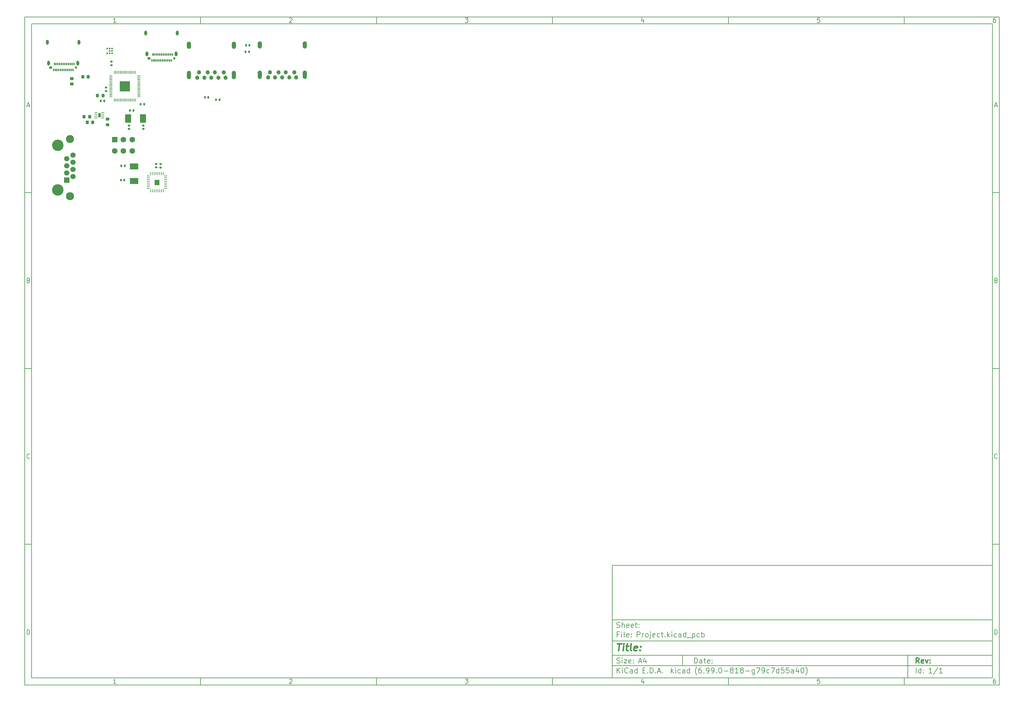
<source format=gts>
%TF.GenerationSoftware,KiCad,Pcbnew,(6.99.0-818-g79c7d55a40)*%
%TF.CreationDate,2022-02-14T22:27:46+08:00*%
%TF.ProjectId,Project,50726f6a-6563-4742-9e6b-696361645f70,rev?*%
%TF.SameCoordinates,Original*%
%TF.FileFunction,Soldermask,Top*%
%TF.FilePolarity,Negative*%
%FSLAX46Y46*%
G04 Gerber Fmt 4.6, Leading zero omitted, Abs format (unit mm)*
G04 Created by KiCad (PCBNEW (6.99.0-818-g79c7d55a40)) date 2022-02-14 22:27:46*
%MOMM*%
%LPD*%
G01*
G04 APERTURE LIST*
G04 Aperture macros list*
%AMRoundRect*
0 Rectangle with rounded corners*
0 $1 Rounding radius*
0 $2 $3 $4 $5 $6 $7 $8 $9 X,Y pos of 4 corners*
0 Add a 4 corners polygon primitive as box body*
4,1,4,$2,$3,$4,$5,$6,$7,$8,$9,$2,$3,0*
0 Add four circle primitives for the rounded corners*
1,1,$1+$1,$2,$3*
1,1,$1+$1,$4,$5*
1,1,$1+$1,$6,$7*
1,1,$1+$1,$8,$9*
0 Add four rect primitives between the rounded corners*
20,1,$1+$1,$2,$3,$4,$5,0*
20,1,$1+$1,$4,$5,$6,$7,0*
20,1,$1+$1,$6,$7,$8,$9,0*
20,1,$1+$1,$8,$9,$2,$3,0*%
G04 Aperture macros list end*
%ADD10C,0.100000*%
%ADD11C,0.150000*%
%ADD12C,0.300000*%
%ADD13C,0.400000*%
%ADD14O,0.950000X0.650000*%
%ADD15C,0.650000*%
%ADD16R,0.300000X0.700000*%
%ADD17O,0.800000X1.400000*%
%ADD18RoundRect,0.140000X-0.140000X-0.170000X0.140000X-0.170000X0.140000X0.170000X-0.140000X0.170000X0*%
%ADD19C,0.500000*%
%ADD20RoundRect,0.050000X0.350000X0.050000X-0.350000X0.050000X-0.350000X-0.050000X0.350000X-0.050000X0*%
%ADD21RoundRect,0.050000X0.050000X0.350000X-0.050000X0.350000X-0.050000X-0.350000X0.050000X-0.350000X0*%
%ADD22R,2.975000X2.875000*%
%ADD23R,2.400000X1.800000*%
%ADD24RoundRect,0.140000X0.170000X-0.140000X0.170000X0.140000X-0.170000X0.140000X-0.170000X-0.140000X0*%
%ADD25RoundRect,0.062500X-0.062500X0.375000X-0.062500X-0.375000X0.062500X-0.375000X0.062500X0.375000X0*%
%ADD26RoundRect,0.062500X-0.375000X0.062500X-0.375000X-0.062500X0.375000X-0.062500X0.375000X0.062500X0*%
%ADD27R,1.350000X1.500000*%
%ADD28RoundRect,0.135000X0.185000X-0.135000X0.185000X0.135000X-0.185000X0.135000X-0.185000X-0.135000X0*%
%ADD29RoundRect,0.135000X-0.135000X-0.185000X0.135000X-0.185000X0.135000X0.185000X-0.135000X0.185000X0*%
%ADD30R,1.800000X2.400000*%
%ADD31RoundRect,0.225000X-0.225000X-0.250000X0.225000X-0.250000X0.225000X0.250000X-0.225000X0.250000X0*%
%ADD32RoundRect,0.218750X-0.256250X0.218750X-0.256250X-0.218750X0.256250X-0.218750X0.256250X0.218750X0*%
%ADD33RoundRect,0.062500X-0.325000X-0.062500X0.325000X-0.062500X0.325000X0.062500X-0.325000X0.062500X0*%
%ADD34R,0.800000X1.200000*%
%ADD35R,1.600000X1.600000*%
%ADD36C,1.600000*%
%ADD37RoundRect,0.200000X-0.200000X-0.275000X0.200000X-0.275000X0.200000X0.275000X-0.200000X0.275000X0*%
%ADD38RoundRect,0.218750X-0.218750X-0.256250X0.218750X-0.256250X0.218750X0.256250X-0.218750X0.256250X0*%
%ADD39RoundRect,0.225000X0.250000X-0.225000X0.250000X0.225000X-0.250000X0.225000X-0.250000X-0.225000X0*%
%ADD40C,1.200000*%
%ADD41O,1.200000X2.400000*%
%ADD42O,1.200000X2.100000*%
%ADD43C,3.250000*%
%ADD44R,1.500000X1.500000*%
%ADD45C,1.500000*%
%ADD46C,2.300000*%
G04 APERTURE END LIST*
D10*
D11*
X177002200Y-166007200D02*
X177002200Y-198007200D01*
X285002200Y-198007200D01*
X285002200Y-166007200D01*
X177002200Y-166007200D01*
D10*
D11*
X10000000Y-10000000D02*
X10000000Y-200007200D01*
X287002200Y-200007200D01*
X287002200Y-10000000D01*
X10000000Y-10000000D01*
D10*
D11*
X12000000Y-12000000D02*
X12000000Y-198007200D01*
X285002200Y-198007200D01*
X285002200Y-12000000D01*
X12000000Y-12000000D01*
D10*
D11*
X60000000Y-12000000D02*
X60000000Y-10000000D01*
D10*
D11*
X110000000Y-12000000D02*
X110000000Y-10000000D01*
D10*
D11*
X160000000Y-12000000D02*
X160000000Y-10000000D01*
D10*
D11*
X210000000Y-12000000D02*
X210000000Y-10000000D01*
D10*
D11*
X260000000Y-12000000D02*
X260000000Y-10000000D01*
D10*
D11*
X35990476Y-11588095D02*
X35247619Y-11588095D01*
X35619047Y-11588095D02*
X35619047Y-10288095D01*
X35619047Y-10288095D02*
X35495238Y-10473809D01*
X35495238Y-10473809D02*
X35371428Y-10597619D01*
X35371428Y-10597619D02*
X35247619Y-10659523D01*
D10*
D11*
X85247619Y-10411904D02*
X85309523Y-10350000D01*
X85309523Y-10350000D02*
X85433333Y-10288095D01*
X85433333Y-10288095D02*
X85742857Y-10288095D01*
X85742857Y-10288095D02*
X85866666Y-10350000D01*
X85866666Y-10350000D02*
X85928571Y-10411904D01*
X85928571Y-10411904D02*
X85990476Y-10535714D01*
X85990476Y-10535714D02*
X85990476Y-10659523D01*
X85990476Y-10659523D02*
X85928571Y-10845238D01*
X85928571Y-10845238D02*
X85185714Y-11588095D01*
X85185714Y-11588095D02*
X85990476Y-11588095D01*
D10*
D11*
X135185714Y-10288095D02*
X135990476Y-10288095D01*
X135990476Y-10288095D02*
X135557142Y-10783333D01*
X135557142Y-10783333D02*
X135742857Y-10783333D01*
X135742857Y-10783333D02*
X135866666Y-10845238D01*
X135866666Y-10845238D02*
X135928571Y-10907142D01*
X135928571Y-10907142D02*
X135990476Y-11030952D01*
X135990476Y-11030952D02*
X135990476Y-11340476D01*
X135990476Y-11340476D02*
X135928571Y-11464285D01*
X135928571Y-11464285D02*
X135866666Y-11526190D01*
X135866666Y-11526190D02*
X135742857Y-11588095D01*
X135742857Y-11588095D02*
X135371428Y-11588095D01*
X135371428Y-11588095D02*
X135247619Y-11526190D01*
X135247619Y-11526190D02*
X135185714Y-11464285D01*
D10*
D11*
X185866666Y-10721428D02*
X185866666Y-11588095D01*
X185557142Y-10226190D02*
X185247619Y-11154761D01*
X185247619Y-11154761D02*
X186052380Y-11154761D01*
D10*
D11*
X235928571Y-10288095D02*
X235309523Y-10288095D01*
X235309523Y-10288095D02*
X235247619Y-10907142D01*
X235247619Y-10907142D02*
X235309523Y-10845238D01*
X235309523Y-10845238D02*
X235433333Y-10783333D01*
X235433333Y-10783333D02*
X235742857Y-10783333D01*
X235742857Y-10783333D02*
X235866666Y-10845238D01*
X235866666Y-10845238D02*
X235928571Y-10907142D01*
X235928571Y-10907142D02*
X235990476Y-11030952D01*
X235990476Y-11030952D02*
X235990476Y-11340476D01*
X235990476Y-11340476D02*
X235928571Y-11464285D01*
X235928571Y-11464285D02*
X235866666Y-11526190D01*
X235866666Y-11526190D02*
X235742857Y-11588095D01*
X235742857Y-11588095D02*
X235433333Y-11588095D01*
X235433333Y-11588095D02*
X235309523Y-11526190D01*
X235309523Y-11526190D02*
X235247619Y-11464285D01*
D10*
D11*
X285866666Y-10288095D02*
X285619047Y-10288095D01*
X285619047Y-10288095D02*
X285495238Y-10350000D01*
X285495238Y-10350000D02*
X285433333Y-10411904D01*
X285433333Y-10411904D02*
X285309523Y-10597619D01*
X285309523Y-10597619D02*
X285247619Y-10845238D01*
X285247619Y-10845238D02*
X285247619Y-11340476D01*
X285247619Y-11340476D02*
X285309523Y-11464285D01*
X285309523Y-11464285D02*
X285371428Y-11526190D01*
X285371428Y-11526190D02*
X285495238Y-11588095D01*
X285495238Y-11588095D02*
X285742857Y-11588095D01*
X285742857Y-11588095D02*
X285866666Y-11526190D01*
X285866666Y-11526190D02*
X285928571Y-11464285D01*
X285928571Y-11464285D02*
X285990476Y-11340476D01*
X285990476Y-11340476D02*
X285990476Y-11030952D01*
X285990476Y-11030952D02*
X285928571Y-10907142D01*
X285928571Y-10907142D02*
X285866666Y-10845238D01*
X285866666Y-10845238D02*
X285742857Y-10783333D01*
X285742857Y-10783333D02*
X285495238Y-10783333D01*
X285495238Y-10783333D02*
X285371428Y-10845238D01*
X285371428Y-10845238D02*
X285309523Y-10907142D01*
X285309523Y-10907142D02*
X285247619Y-11030952D01*
D10*
D11*
X60000000Y-198007200D02*
X60000000Y-200007200D01*
D10*
D11*
X110000000Y-198007200D02*
X110000000Y-200007200D01*
D10*
D11*
X160000000Y-198007200D02*
X160000000Y-200007200D01*
D10*
D11*
X210000000Y-198007200D02*
X210000000Y-200007200D01*
D10*
D11*
X260000000Y-198007200D02*
X260000000Y-200007200D01*
D10*
D11*
X35990476Y-199595295D02*
X35247619Y-199595295D01*
X35619047Y-199595295D02*
X35619047Y-198295295D01*
X35619047Y-198295295D02*
X35495238Y-198481009D01*
X35495238Y-198481009D02*
X35371428Y-198604819D01*
X35371428Y-198604819D02*
X35247619Y-198666723D01*
D10*
D11*
X85247619Y-198419104D02*
X85309523Y-198357200D01*
X85309523Y-198357200D02*
X85433333Y-198295295D01*
X85433333Y-198295295D02*
X85742857Y-198295295D01*
X85742857Y-198295295D02*
X85866666Y-198357200D01*
X85866666Y-198357200D02*
X85928571Y-198419104D01*
X85928571Y-198419104D02*
X85990476Y-198542914D01*
X85990476Y-198542914D02*
X85990476Y-198666723D01*
X85990476Y-198666723D02*
X85928571Y-198852438D01*
X85928571Y-198852438D02*
X85185714Y-199595295D01*
X85185714Y-199595295D02*
X85990476Y-199595295D01*
D10*
D11*
X135185714Y-198295295D02*
X135990476Y-198295295D01*
X135990476Y-198295295D02*
X135557142Y-198790533D01*
X135557142Y-198790533D02*
X135742857Y-198790533D01*
X135742857Y-198790533D02*
X135866666Y-198852438D01*
X135866666Y-198852438D02*
X135928571Y-198914342D01*
X135928571Y-198914342D02*
X135990476Y-199038152D01*
X135990476Y-199038152D02*
X135990476Y-199347676D01*
X135990476Y-199347676D02*
X135928571Y-199471485D01*
X135928571Y-199471485D02*
X135866666Y-199533390D01*
X135866666Y-199533390D02*
X135742857Y-199595295D01*
X135742857Y-199595295D02*
X135371428Y-199595295D01*
X135371428Y-199595295D02*
X135247619Y-199533390D01*
X135247619Y-199533390D02*
X135185714Y-199471485D01*
D10*
D11*
X185866666Y-198728628D02*
X185866666Y-199595295D01*
X185557142Y-198233390D02*
X185247619Y-199161961D01*
X185247619Y-199161961D02*
X186052380Y-199161961D01*
D10*
D11*
X235928571Y-198295295D02*
X235309523Y-198295295D01*
X235309523Y-198295295D02*
X235247619Y-198914342D01*
X235247619Y-198914342D02*
X235309523Y-198852438D01*
X235309523Y-198852438D02*
X235433333Y-198790533D01*
X235433333Y-198790533D02*
X235742857Y-198790533D01*
X235742857Y-198790533D02*
X235866666Y-198852438D01*
X235866666Y-198852438D02*
X235928571Y-198914342D01*
X235928571Y-198914342D02*
X235990476Y-199038152D01*
X235990476Y-199038152D02*
X235990476Y-199347676D01*
X235990476Y-199347676D02*
X235928571Y-199471485D01*
X235928571Y-199471485D02*
X235866666Y-199533390D01*
X235866666Y-199533390D02*
X235742857Y-199595295D01*
X235742857Y-199595295D02*
X235433333Y-199595295D01*
X235433333Y-199595295D02*
X235309523Y-199533390D01*
X235309523Y-199533390D02*
X235247619Y-199471485D01*
D10*
D11*
X285866666Y-198295295D02*
X285619047Y-198295295D01*
X285619047Y-198295295D02*
X285495238Y-198357200D01*
X285495238Y-198357200D02*
X285433333Y-198419104D01*
X285433333Y-198419104D02*
X285309523Y-198604819D01*
X285309523Y-198604819D02*
X285247619Y-198852438D01*
X285247619Y-198852438D02*
X285247619Y-199347676D01*
X285247619Y-199347676D02*
X285309523Y-199471485D01*
X285309523Y-199471485D02*
X285371428Y-199533390D01*
X285371428Y-199533390D02*
X285495238Y-199595295D01*
X285495238Y-199595295D02*
X285742857Y-199595295D01*
X285742857Y-199595295D02*
X285866666Y-199533390D01*
X285866666Y-199533390D02*
X285928571Y-199471485D01*
X285928571Y-199471485D02*
X285990476Y-199347676D01*
X285990476Y-199347676D02*
X285990476Y-199038152D01*
X285990476Y-199038152D02*
X285928571Y-198914342D01*
X285928571Y-198914342D02*
X285866666Y-198852438D01*
X285866666Y-198852438D02*
X285742857Y-198790533D01*
X285742857Y-198790533D02*
X285495238Y-198790533D01*
X285495238Y-198790533D02*
X285371428Y-198852438D01*
X285371428Y-198852438D02*
X285309523Y-198914342D01*
X285309523Y-198914342D02*
X285247619Y-199038152D01*
D10*
D11*
X10000000Y-60000000D02*
X12000000Y-60000000D01*
D10*
D11*
X10000000Y-110000000D02*
X12000000Y-110000000D01*
D10*
D11*
X10000000Y-160000000D02*
X12000000Y-160000000D01*
D10*
D11*
X10690476Y-35216666D02*
X11309523Y-35216666D01*
X10566666Y-35588095D02*
X10999999Y-34288095D01*
X10999999Y-34288095D02*
X11433333Y-35588095D01*
D10*
D11*
X11092857Y-84907142D02*
X11278571Y-84969047D01*
X11278571Y-84969047D02*
X11340476Y-85030952D01*
X11340476Y-85030952D02*
X11402380Y-85154761D01*
X11402380Y-85154761D02*
X11402380Y-85340476D01*
X11402380Y-85340476D02*
X11340476Y-85464285D01*
X11340476Y-85464285D02*
X11278571Y-85526190D01*
X11278571Y-85526190D02*
X11154761Y-85588095D01*
X11154761Y-85588095D02*
X10659523Y-85588095D01*
X10659523Y-85588095D02*
X10659523Y-84288095D01*
X10659523Y-84288095D02*
X11092857Y-84288095D01*
X11092857Y-84288095D02*
X11216666Y-84350000D01*
X11216666Y-84350000D02*
X11278571Y-84411904D01*
X11278571Y-84411904D02*
X11340476Y-84535714D01*
X11340476Y-84535714D02*
X11340476Y-84659523D01*
X11340476Y-84659523D02*
X11278571Y-84783333D01*
X11278571Y-84783333D02*
X11216666Y-84845238D01*
X11216666Y-84845238D02*
X11092857Y-84907142D01*
X11092857Y-84907142D02*
X10659523Y-84907142D01*
D10*
D11*
X11402380Y-135464285D02*
X11340476Y-135526190D01*
X11340476Y-135526190D02*
X11154761Y-135588095D01*
X11154761Y-135588095D02*
X11030952Y-135588095D01*
X11030952Y-135588095D02*
X10845238Y-135526190D01*
X10845238Y-135526190D02*
X10721428Y-135402380D01*
X10721428Y-135402380D02*
X10659523Y-135278571D01*
X10659523Y-135278571D02*
X10597619Y-135030952D01*
X10597619Y-135030952D02*
X10597619Y-134845238D01*
X10597619Y-134845238D02*
X10659523Y-134597619D01*
X10659523Y-134597619D02*
X10721428Y-134473809D01*
X10721428Y-134473809D02*
X10845238Y-134350000D01*
X10845238Y-134350000D02*
X11030952Y-134288095D01*
X11030952Y-134288095D02*
X11154761Y-134288095D01*
X11154761Y-134288095D02*
X11340476Y-134350000D01*
X11340476Y-134350000D02*
X11402380Y-134411904D01*
D10*
D11*
X10659523Y-185588095D02*
X10659523Y-184288095D01*
X10659523Y-184288095D02*
X10969047Y-184288095D01*
X10969047Y-184288095D02*
X11154761Y-184350000D01*
X11154761Y-184350000D02*
X11278571Y-184473809D01*
X11278571Y-184473809D02*
X11340476Y-184597619D01*
X11340476Y-184597619D02*
X11402380Y-184845238D01*
X11402380Y-184845238D02*
X11402380Y-185030952D01*
X11402380Y-185030952D02*
X11340476Y-185278571D01*
X11340476Y-185278571D02*
X11278571Y-185402380D01*
X11278571Y-185402380D02*
X11154761Y-185526190D01*
X11154761Y-185526190D02*
X10969047Y-185588095D01*
X10969047Y-185588095D02*
X10659523Y-185588095D01*
D10*
D11*
X287002200Y-60000000D02*
X285002200Y-60000000D01*
D10*
D11*
X287002200Y-110000000D02*
X285002200Y-110000000D01*
D10*
D11*
X287002200Y-160000000D02*
X285002200Y-160000000D01*
D10*
D11*
X285692676Y-35216666D02*
X286311723Y-35216666D01*
X285568866Y-35588095D02*
X286002199Y-34288095D01*
X286002199Y-34288095D02*
X286435533Y-35588095D01*
D10*
D11*
X286095057Y-84907142D02*
X286280771Y-84969047D01*
X286280771Y-84969047D02*
X286342676Y-85030952D01*
X286342676Y-85030952D02*
X286404580Y-85154761D01*
X286404580Y-85154761D02*
X286404580Y-85340476D01*
X286404580Y-85340476D02*
X286342676Y-85464285D01*
X286342676Y-85464285D02*
X286280771Y-85526190D01*
X286280771Y-85526190D02*
X286156961Y-85588095D01*
X286156961Y-85588095D02*
X285661723Y-85588095D01*
X285661723Y-85588095D02*
X285661723Y-84288095D01*
X285661723Y-84288095D02*
X286095057Y-84288095D01*
X286095057Y-84288095D02*
X286218866Y-84350000D01*
X286218866Y-84350000D02*
X286280771Y-84411904D01*
X286280771Y-84411904D02*
X286342676Y-84535714D01*
X286342676Y-84535714D02*
X286342676Y-84659523D01*
X286342676Y-84659523D02*
X286280771Y-84783333D01*
X286280771Y-84783333D02*
X286218866Y-84845238D01*
X286218866Y-84845238D02*
X286095057Y-84907142D01*
X286095057Y-84907142D02*
X285661723Y-84907142D01*
D10*
D11*
X286404580Y-135464285D02*
X286342676Y-135526190D01*
X286342676Y-135526190D02*
X286156961Y-135588095D01*
X286156961Y-135588095D02*
X286033152Y-135588095D01*
X286033152Y-135588095D02*
X285847438Y-135526190D01*
X285847438Y-135526190D02*
X285723628Y-135402380D01*
X285723628Y-135402380D02*
X285661723Y-135278571D01*
X285661723Y-135278571D02*
X285599819Y-135030952D01*
X285599819Y-135030952D02*
X285599819Y-134845238D01*
X285599819Y-134845238D02*
X285661723Y-134597619D01*
X285661723Y-134597619D02*
X285723628Y-134473809D01*
X285723628Y-134473809D02*
X285847438Y-134350000D01*
X285847438Y-134350000D02*
X286033152Y-134288095D01*
X286033152Y-134288095D02*
X286156961Y-134288095D01*
X286156961Y-134288095D02*
X286342676Y-134350000D01*
X286342676Y-134350000D02*
X286404580Y-134411904D01*
D10*
D11*
X285661723Y-185588095D02*
X285661723Y-184288095D01*
X285661723Y-184288095D02*
X285971247Y-184288095D01*
X285971247Y-184288095D02*
X286156961Y-184350000D01*
X286156961Y-184350000D02*
X286280771Y-184473809D01*
X286280771Y-184473809D02*
X286342676Y-184597619D01*
X286342676Y-184597619D02*
X286404580Y-184845238D01*
X286404580Y-184845238D02*
X286404580Y-185030952D01*
X286404580Y-185030952D02*
X286342676Y-185278571D01*
X286342676Y-185278571D02*
X286280771Y-185402380D01*
X286280771Y-185402380D02*
X286156961Y-185526190D01*
X286156961Y-185526190D02*
X285971247Y-185588095D01*
X285971247Y-185588095D02*
X285661723Y-185588095D01*
D10*
D11*
X200359342Y-193785771D02*
X200359342Y-192285771D01*
X200359342Y-192285771D02*
X200716485Y-192285771D01*
X200716485Y-192285771D02*
X200930771Y-192357200D01*
X200930771Y-192357200D02*
X201073628Y-192500057D01*
X201073628Y-192500057D02*
X201145057Y-192642914D01*
X201145057Y-192642914D02*
X201216485Y-192928628D01*
X201216485Y-192928628D02*
X201216485Y-193142914D01*
X201216485Y-193142914D02*
X201145057Y-193428628D01*
X201145057Y-193428628D02*
X201073628Y-193571485D01*
X201073628Y-193571485D02*
X200930771Y-193714342D01*
X200930771Y-193714342D02*
X200716485Y-193785771D01*
X200716485Y-193785771D02*
X200359342Y-193785771D01*
X202502200Y-193785771D02*
X202502200Y-193000057D01*
X202502200Y-193000057D02*
X202430771Y-192857200D01*
X202430771Y-192857200D02*
X202287914Y-192785771D01*
X202287914Y-192785771D02*
X202002200Y-192785771D01*
X202002200Y-192785771D02*
X201859342Y-192857200D01*
X202502200Y-193714342D02*
X202359342Y-193785771D01*
X202359342Y-193785771D02*
X202002200Y-193785771D01*
X202002200Y-193785771D02*
X201859342Y-193714342D01*
X201859342Y-193714342D02*
X201787914Y-193571485D01*
X201787914Y-193571485D02*
X201787914Y-193428628D01*
X201787914Y-193428628D02*
X201859342Y-193285771D01*
X201859342Y-193285771D02*
X202002200Y-193214342D01*
X202002200Y-193214342D02*
X202359342Y-193214342D01*
X202359342Y-193214342D02*
X202502200Y-193142914D01*
X203002200Y-192785771D02*
X203573628Y-192785771D01*
X203216485Y-192285771D02*
X203216485Y-193571485D01*
X203216485Y-193571485D02*
X203287914Y-193714342D01*
X203287914Y-193714342D02*
X203430771Y-193785771D01*
X203430771Y-193785771D02*
X203573628Y-193785771D01*
X204645057Y-193714342D02*
X204502200Y-193785771D01*
X204502200Y-193785771D02*
X204216486Y-193785771D01*
X204216486Y-193785771D02*
X204073628Y-193714342D01*
X204073628Y-193714342D02*
X204002200Y-193571485D01*
X204002200Y-193571485D02*
X204002200Y-193000057D01*
X204002200Y-193000057D02*
X204073628Y-192857200D01*
X204073628Y-192857200D02*
X204216486Y-192785771D01*
X204216486Y-192785771D02*
X204502200Y-192785771D01*
X204502200Y-192785771D02*
X204645057Y-192857200D01*
X204645057Y-192857200D02*
X204716486Y-193000057D01*
X204716486Y-193000057D02*
X204716486Y-193142914D01*
X204716486Y-193142914D02*
X204002200Y-193285771D01*
X205359342Y-193642914D02*
X205430771Y-193714342D01*
X205430771Y-193714342D02*
X205359342Y-193785771D01*
X205359342Y-193785771D02*
X205287914Y-193714342D01*
X205287914Y-193714342D02*
X205359342Y-193642914D01*
X205359342Y-193642914D02*
X205359342Y-193785771D01*
X205359342Y-192857200D02*
X205430771Y-192928628D01*
X205430771Y-192928628D02*
X205359342Y-193000057D01*
X205359342Y-193000057D02*
X205287914Y-192928628D01*
X205287914Y-192928628D02*
X205359342Y-192857200D01*
X205359342Y-192857200D02*
X205359342Y-193000057D01*
D10*
D11*
X177002200Y-194507200D02*
X285002200Y-194507200D01*
D10*
D11*
X178359342Y-196585771D02*
X178359342Y-195085771D01*
X179216485Y-196585771D02*
X178573628Y-195728628D01*
X179216485Y-195085771D02*
X178359342Y-195942914D01*
X179859342Y-196585771D02*
X179859342Y-195585771D01*
X179859342Y-195085771D02*
X179787914Y-195157200D01*
X179787914Y-195157200D02*
X179859342Y-195228628D01*
X179859342Y-195228628D02*
X179930771Y-195157200D01*
X179930771Y-195157200D02*
X179859342Y-195085771D01*
X179859342Y-195085771D02*
X179859342Y-195228628D01*
X181430771Y-196442914D02*
X181359343Y-196514342D01*
X181359343Y-196514342D02*
X181145057Y-196585771D01*
X181145057Y-196585771D02*
X181002200Y-196585771D01*
X181002200Y-196585771D02*
X180787914Y-196514342D01*
X180787914Y-196514342D02*
X180645057Y-196371485D01*
X180645057Y-196371485D02*
X180573628Y-196228628D01*
X180573628Y-196228628D02*
X180502200Y-195942914D01*
X180502200Y-195942914D02*
X180502200Y-195728628D01*
X180502200Y-195728628D02*
X180573628Y-195442914D01*
X180573628Y-195442914D02*
X180645057Y-195300057D01*
X180645057Y-195300057D02*
X180787914Y-195157200D01*
X180787914Y-195157200D02*
X181002200Y-195085771D01*
X181002200Y-195085771D02*
X181145057Y-195085771D01*
X181145057Y-195085771D02*
X181359343Y-195157200D01*
X181359343Y-195157200D02*
X181430771Y-195228628D01*
X182716486Y-196585771D02*
X182716486Y-195800057D01*
X182716486Y-195800057D02*
X182645057Y-195657200D01*
X182645057Y-195657200D02*
X182502200Y-195585771D01*
X182502200Y-195585771D02*
X182216486Y-195585771D01*
X182216486Y-195585771D02*
X182073628Y-195657200D01*
X182716486Y-196514342D02*
X182573628Y-196585771D01*
X182573628Y-196585771D02*
X182216486Y-196585771D01*
X182216486Y-196585771D02*
X182073628Y-196514342D01*
X182073628Y-196514342D02*
X182002200Y-196371485D01*
X182002200Y-196371485D02*
X182002200Y-196228628D01*
X182002200Y-196228628D02*
X182073628Y-196085771D01*
X182073628Y-196085771D02*
X182216486Y-196014342D01*
X182216486Y-196014342D02*
X182573628Y-196014342D01*
X182573628Y-196014342D02*
X182716486Y-195942914D01*
X184073629Y-196585771D02*
X184073629Y-195085771D01*
X184073629Y-196514342D02*
X183930771Y-196585771D01*
X183930771Y-196585771D02*
X183645057Y-196585771D01*
X183645057Y-196585771D02*
X183502200Y-196514342D01*
X183502200Y-196514342D02*
X183430771Y-196442914D01*
X183430771Y-196442914D02*
X183359343Y-196300057D01*
X183359343Y-196300057D02*
X183359343Y-195871485D01*
X183359343Y-195871485D02*
X183430771Y-195728628D01*
X183430771Y-195728628D02*
X183502200Y-195657200D01*
X183502200Y-195657200D02*
X183645057Y-195585771D01*
X183645057Y-195585771D02*
X183930771Y-195585771D01*
X183930771Y-195585771D02*
X184073629Y-195657200D01*
X185687914Y-195800057D02*
X186187914Y-195800057D01*
X186402200Y-196585771D02*
X185687914Y-196585771D01*
X185687914Y-196585771D02*
X185687914Y-195085771D01*
X185687914Y-195085771D02*
X186402200Y-195085771D01*
X187045057Y-196442914D02*
X187116486Y-196514342D01*
X187116486Y-196514342D02*
X187045057Y-196585771D01*
X187045057Y-196585771D02*
X186973629Y-196514342D01*
X186973629Y-196514342D02*
X187045057Y-196442914D01*
X187045057Y-196442914D02*
X187045057Y-196585771D01*
X187759343Y-196585771D02*
X187759343Y-195085771D01*
X187759343Y-195085771D02*
X188116486Y-195085771D01*
X188116486Y-195085771D02*
X188330772Y-195157200D01*
X188330772Y-195157200D02*
X188473629Y-195300057D01*
X188473629Y-195300057D02*
X188545058Y-195442914D01*
X188545058Y-195442914D02*
X188616486Y-195728628D01*
X188616486Y-195728628D02*
X188616486Y-195942914D01*
X188616486Y-195942914D02*
X188545058Y-196228628D01*
X188545058Y-196228628D02*
X188473629Y-196371485D01*
X188473629Y-196371485D02*
X188330772Y-196514342D01*
X188330772Y-196514342D02*
X188116486Y-196585771D01*
X188116486Y-196585771D02*
X187759343Y-196585771D01*
X189259343Y-196442914D02*
X189330772Y-196514342D01*
X189330772Y-196514342D02*
X189259343Y-196585771D01*
X189259343Y-196585771D02*
X189187915Y-196514342D01*
X189187915Y-196514342D02*
X189259343Y-196442914D01*
X189259343Y-196442914D02*
X189259343Y-196585771D01*
X189902201Y-196157200D02*
X190616487Y-196157200D01*
X189759344Y-196585771D02*
X190259344Y-195085771D01*
X190259344Y-195085771D02*
X190759344Y-196585771D01*
X191259343Y-196442914D02*
X191330772Y-196514342D01*
X191330772Y-196514342D02*
X191259343Y-196585771D01*
X191259343Y-196585771D02*
X191187915Y-196514342D01*
X191187915Y-196514342D02*
X191259343Y-196442914D01*
X191259343Y-196442914D02*
X191259343Y-196585771D01*
X193773629Y-196585771D02*
X193773629Y-195085771D01*
X193916487Y-196014342D02*
X194345058Y-196585771D01*
X194345058Y-195585771D02*
X193773629Y-196157200D01*
X194987915Y-196585771D02*
X194987915Y-195585771D01*
X194987915Y-195085771D02*
X194916487Y-195157200D01*
X194916487Y-195157200D02*
X194987915Y-195228628D01*
X194987915Y-195228628D02*
X195059344Y-195157200D01*
X195059344Y-195157200D02*
X194987915Y-195085771D01*
X194987915Y-195085771D02*
X194987915Y-195228628D01*
X196345059Y-196514342D02*
X196202201Y-196585771D01*
X196202201Y-196585771D02*
X195916487Y-196585771D01*
X195916487Y-196585771D02*
X195773630Y-196514342D01*
X195773630Y-196514342D02*
X195702201Y-196442914D01*
X195702201Y-196442914D02*
X195630773Y-196300057D01*
X195630773Y-196300057D02*
X195630773Y-195871485D01*
X195630773Y-195871485D02*
X195702201Y-195728628D01*
X195702201Y-195728628D02*
X195773630Y-195657200D01*
X195773630Y-195657200D02*
X195916487Y-195585771D01*
X195916487Y-195585771D02*
X196202201Y-195585771D01*
X196202201Y-195585771D02*
X196345059Y-195657200D01*
X197630773Y-196585771D02*
X197630773Y-195800057D01*
X197630773Y-195800057D02*
X197559344Y-195657200D01*
X197559344Y-195657200D02*
X197416487Y-195585771D01*
X197416487Y-195585771D02*
X197130773Y-195585771D01*
X197130773Y-195585771D02*
X196987915Y-195657200D01*
X197630773Y-196514342D02*
X197487915Y-196585771D01*
X197487915Y-196585771D02*
X197130773Y-196585771D01*
X197130773Y-196585771D02*
X196987915Y-196514342D01*
X196987915Y-196514342D02*
X196916487Y-196371485D01*
X196916487Y-196371485D02*
X196916487Y-196228628D01*
X196916487Y-196228628D02*
X196987915Y-196085771D01*
X196987915Y-196085771D02*
X197130773Y-196014342D01*
X197130773Y-196014342D02*
X197487915Y-196014342D01*
X197487915Y-196014342D02*
X197630773Y-195942914D01*
X198987916Y-196585771D02*
X198987916Y-195085771D01*
X198987916Y-196514342D02*
X198845058Y-196585771D01*
X198845058Y-196585771D02*
X198559344Y-196585771D01*
X198559344Y-196585771D02*
X198416487Y-196514342D01*
X198416487Y-196514342D02*
X198345058Y-196442914D01*
X198345058Y-196442914D02*
X198273630Y-196300057D01*
X198273630Y-196300057D02*
X198273630Y-195871485D01*
X198273630Y-195871485D02*
X198345058Y-195728628D01*
X198345058Y-195728628D02*
X198416487Y-195657200D01*
X198416487Y-195657200D02*
X198559344Y-195585771D01*
X198559344Y-195585771D02*
X198845058Y-195585771D01*
X198845058Y-195585771D02*
X198987916Y-195657200D01*
X201030773Y-197157200D02*
X200959344Y-197085771D01*
X200959344Y-197085771D02*
X200816487Y-196871485D01*
X200816487Y-196871485D02*
X200745059Y-196728628D01*
X200745059Y-196728628D02*
X200673630Y-196514342D01*
X200673630Y-196514342D02*
X200602201Y-196157200D01*
X200602201Y-196157200D02*
X200602201Y-195871485D01*
X200602201Y-195871485D02*
X200673630Y-195514342D01*
X200673630Y-195514342D02*
X200745059Y-195300057D01*
X200745059Y-195300057D02*
X200816487Y-195157200D01*
X200816487Y-195157200D02*
X200959344Y-194942914D01*
X200959344Y-194942914D02*
X201030773Y-194871485D01*
X202245059Y-195085771D02*
X201959344Y-195085771D01*
X201959344Y-195085771D02*
X201816487Y-195157200D01*
X201816487Y-195157200D02*
X201745059Y-195228628D01*
X201745059Y-195228628D02*
X201602201Y-195442914D01*
X201602201Y-195442914D02*
X201530773Y-195728628D01*
X201530773Y-195728628D02*
X201530773Y-196300057D01*
X201530773Y-196300057D02*
X201602201Y-196442914D01*
X201602201Y-196442914D02*
X201673630Y-196514342D01*
X201673630Y-196514342D02*
X201816487Y-196585771D01*
X201816487Y-196585771D02*
X202102201Y-196585771D01*
X202102201Y-196585771D02*
X202245059Y-196514342D01*
X202245059Y-196514342D02*
X202316487Y-196442914D01*
X202316487Y-196442914D02*
X202387916Y-196300057D01*
X202387916Y-196300057D02*
X202387916Y-195942914D01*
X202387916Y-195942914D02*
X202316487Y-195800057D01*
X202316487Y-195800057D02*
X202245059Y-195728628D01*
X202245059Y-195728628D02*
X202102201Y-195657200D01*
X202102201Y-195657200D02*
X201816487Y-195657200D01*
X201816487Y-195657200D02*
X201673630Y-195728628D01*
X201673630Y-195728628D02*
X201602201Y-195800057D01*
X201602201Y-195800057D02*
X201530773Y-195942914D01*
X203030772Y-196442914D02*
X203102201Y-196514342D01*
X203102201Y-196514342D02*
X203030772Y-196585771D01*
X203030772Y-196585771D02*
X202959344Y-196514342D01*
X202959344Y-196514342D02*
X203030772Y-196442914D01*
X203030772Y-196442914D02*
X203030772Y-196585771D01*
X203816487Y-196585771D02*
X204102201Y-196585771D01*
X204102201Y-196585771D02*
X204245058Y-196514342D01*
X204245058Y-196514342D02*
X204316487Y-196442914D01*
X204316487Y-196442914D02*
X204459344Y-196228628D01*
X204459344Y-196228628D02*
X204530773Y-195942914D01*
X204530773Y-195942914D02*
X204530773Y-195371485D01*
X204530773Y-195371485D02*
X204459344Y-195228628D01*
X204459344Y-195228628D02*
X204387916Y-195157200D01*
X204387916Y-195157200D02*
X204245058Y-195085771D01*
X204245058Y-195085771D02*
X203959344Y-195085771D01*
X203959344Y-195085771D02*
X203816487Y-195157200D01*
X203816487Y-195157200D02*
X203745058Y-195228628D01*
X203745058Y-195228628D02*
X203673630Y-195371485D01*
X203673630Y-195371485D02*
X203673630Y-195728628D01*
X203673630Y-195728628D02*
X203745058Y-195871485D01*
X203745058Y-195871485D02*
X203816487Y-195942914D01*
X203816487Y-195942914D02*
X203959344Y-196014342D01*
X203959344Y-196014342D02*
X204245058Y-196014342D01*
X204245058Y-196014342D02*
X204387916Y-195942914D01*
X204387916Y-195942914D02*
X204459344Y-195871485D01*
X204459344Y-195871485D02*
X204530773Y-195728628D01*
X205245058Y-196585771D02*
X205530772Y-196585771D01*
X205530772Y-196585771D02*
X205673629Y-196514342D01*
X205673629Y-196514342D02*
X205745058Y-196442914D01*
X205745058Y-196442914D02*
X205887915Y-196228628D01*
X205887915Y-196228628D02*
X205959344Y-195942914D01*
X205959344Y-195942914D02*
X205959344Y-195371485D01*
X205959344Y-195371485D02*
X205887915Y-195228628D01*
X205887915Y-195228628D02*
X205816487Y-195157200D01*
X205816487Y-195157200D02*
X205673629Y-195085771D01*
X205673629Y-195085771D02*
X205387915Y-195085771D01*
X205387915Y-195085771D02*
X205245058Y-195157200D01*
X205245058Y-195157200D02*
X205173629Y-195228628D01*
X205173629Y-195228628D02*
X205102201Y-195371485D01*
X205102201Y-195371485D02*
X205102201Y-195728628D01*
X205102201Y-195728628D02*
X205173629Y-195871485D01*
X205173629Y-195871485D02*
X205245058Y-195942914D01*
X205245058Y-195942914D02*
X205387915Y-196014342D01*
X205387915Y-196014342D02*
X205673629Y-196014342D01*
X205673629Y-196014342D02*
X205816487Y-195942914D01*
X205816487Y-195942914D02*
X205887915Y-195871485D01*
X205887915Y-195871485D02*
X205959344Y-195728628D01*
X206602200Y-196442914D02*
X206673629Y-196514342D01*
X206673629Y-196514342D02*
X206602200Y-196585771D01*
X206602200Y-196585771D02*
X206530772Y-196514342D01*
X206530772Y-196514342D02*
X206602200Y-196442914D01*
X206602200Y-196442914D02*
X206602200Y-196585771D01*
X207602201Y-195085771D02*
X207745058Y-195085771D01*
X207745058Y-195085771D02*
X207887915Y-195157200D01*
X207887915Y-195157200D02*
X207959344Y-195228628D01*
X207959344Y-195228628D02*
X208030772Y-195371485D01*
X208030772Y-195371485D02*
X208102201Y-195657200D01*
X208102201Y-195657200D02*
X208102201Y-196014342D01*
X208102201Y-196014342D02*
X208030772Y-196300057D01*
X208030772Y-196300057D02*
X207959344Y-196442914D01*
X207959344Y-196442914D02*
X207887915Y-196514342D01*
X207887915Y-196514342D02*
X207745058Y-196585771D01*
X207745058Y-196585771D02*
X207602201Y-196585771D01*
X207602201Y-196585771D02*
X207459344Y-196514342D01*
X207459344Y-196514342D02*
X207387915Y-196442914D01*
X207387915Y-196442914D02*
X207316486Y-196300057D01*
X207316486Y-196300057D02*
X207245058Y-196014342D01*
X207245058Y-196014342D02*
X207245058Y-195657200D01*
X207245058Y-195657200D02*
X207316486Y-195371485D01*
X207316486Y-195371485D02*
X207387915Y-195228628D01*
X207387915Y-195228628D02*
X207459344Y-195157200D01*
X207459344Y-195157200D02*
X207602201Y-195085771D01*
X208745057Y-196014342D02*
X209887915Y-196014342D01*
X210816486Y-195728628D02*
X210673629Y-195657200D01*
X210673629Y-195657200D02*
X210602200Y-195585771D01*
X210602200Y-195585771D02*
X210530772Y-195442914D01*
X210530772Y-195442914D02*
X210530772Y-195371485D01*
X210530772Y-195371485D02*
X210602200Y-195228628D01*
X210602200Y-195228628D02*
X210673629Y-195157200D01*
X210673629Y-195157200D02*
X210816486Y-195085771D01*
X210816486Y-195085771D02*
X211102200Y-195085771D01*
X211102200Y-195085771D02*
X211245058Y-195157200D01*
X211245058Y-195157200D02*
X211316486Y-195228628D01*
X211316486Y-195228628D02*
X211387915Y-195371485D01*
X211387915Y-195371485D02*
X211387915Y-195442914D01*
X211387915Y-195442914D02*
X211316486Y-195585771D01*
X211316486Y-195585771D02*
X211245058Y-195657200D01*
X211245058Y-195657200D02*
X211102200Y-195728628D01*
X211102200Y-195728628D02*
X210816486Y-195728628D01*
X210816486Y-195728628D02*
X210673629Y-195800057D01*
X210673629Y-195800057D02*
X210602200Y-195871485D01*
X210602200Y-195871485D02*
X210530772Y-196014342D01*
X210530772Y-196014342D02*
X210530772Y-196300057D01*
X210530772Y-196300057D02*
X210602200Y-196442914D01*
X210602200Y-196442914D02*
X210673629Y-196514342D01*
X210673629Y-196514342D02*
X210816486Y-196585771D01*
X210816486Y-196585771D02*
X211102200Y-196585771D01*
X211102200Y-196585771D02*
X211245058Y-196514342D01*
X211245058Y-196514342D02*
X211316486Y-196442914D01*
X211316486Y-196442914D02*
X211387915Y-196300057D01*
X211387915Y-196300057D02*
X211387915Y-196014342D01*
X211387915Y-196014342D02*
X211316486Y-195871485D01*
X211316486Y-195871485D02*
X211245058Y-195800057D01*
X211245058Y-195800057D02*
X211102200Y-195728628D01*
X212816486Y-196585771D02*
X211959343Y-196585771D01*
X212387914Y-196585771D02*
X212387914Y-195085771D01*
X212387914Y-195085771D02*
X212245057Y-195300057D01*
X212245057Y-195300057D02*
X212102200Y-195442914D01*
X212102200Y-195442914D02*
X211959343Y-195514342D01*
X213673628Y-195728628D02*
X213530771Y-195657200D01*
X213530771Y-195657200D02*
X213459342Y-195585771D01*
X213459342Y-195585771D02*
X213387914Y-195442914D01*
X213387914Y-195442914D02*
X213387914Y-195371485D01*
X213387914Y-195371485D02*
X213459342Y-195228628D01*
X213459342Y-195228628D02*
X213530771Y-195157200D01*
X213530771Y-195157200D02*
X213673628Y-195085771D01*
X213673628Y-195085771D02*
X213959342Y-195085771D01*
X213959342Y-195085771D02*
X214102200Y-195157200D01*
X214102200Y-195157200D02*
X214173628Y-195228628D01*
X214173628Y-195228628D02*
X214245057Y-195371485D01*
X214245057Y-195371485D02*
X214245057Y-195442914D01*
X214245057Y-195442914D02*
X214173628Y-195585771D01*
X214173628Y-195585771D02*
X214102200Y-195657200D01*
X214102200Y-195657200D02*
X213959342Y-195728628D01*
X213959342Y-195728628D02*
X213673628Y-195728628D01*
X213673628Y-195728628D02*
X213530771Y-195800057D01*
X213530771Y-195800057D02*
X213459342Y-195871485D01*
X213459342Y-195871485D02*
X213387914Y-196014342D01*
X213387914Y-196014342D02*
X213387914Y-196300057D01*
X213387914Y-196300057D02*
X213459342Y-196442914D01*
X213459342Y-196442914D02*
X213530771Y-196514342D01*
X213530771Y-196514342D02*
X213673628Y-196585771D01*
X213673628Y-196585771D02*
X213959342Y-196585771D01*
X213959342Y-196585771D02*
X214102200Y-196514342D01*
X214102200Y-196514342D02*
X214173628Y-196442914D01*
X214173628Y-196442914D02*
X214245057Y-196300057D01*
X214245057Y-196300057D02*
X214245057Y-196014342D01*
X214245057Y-196014342D02*
X214173628Y-195871485D01*
X214173628Y-195871485D02*
X214102200Y-195800057D01*
X214102200Y-195800057D02*
X213959342Y-195728628D01*
X214887913Y-196014342D02*
X216030771Y-196014342D01*
X217387914Y-195585771D02*
X217387914Y-196800057D01*
X217387914Y-196800057D02*
X217316485Y-196942914D01*
X217316485Y-196942914D02*
X217245056Y-197014342D01*
X217245056Y-197014342D02*
X217102199Y-197085771D01*
X217102199Y-197085771D02*
X216887914Y-197085771D01*
X216887914Y-197085771D02*
X216745056Y-197014342D01*
X217387914Y-196514342D02*
X217245056Y-196585771D01*
X217245056Y-196585771D02*
X216959342Y-196585771D01*
X216959342Y-196585771D02*
X216816485Y-196514342D01*
X216816485Y-196514342D02*
X216745056Y-196442914D01*
X216745056Y-196442914D02*
X216673628Y-196300057D01*
X216673628Y-196300057D02*
X216673628Y-195871485D01*
X216673628Y-195871485D02*
X216745056Y-195728628D01*
X216745056Y-195728628D02*
X216816485Y-195657200D01*
X216816485Y-195657200D02*
X216959342Y-195585771D01*
X216959342Y-195585771D02*
X217245056Y-195585771D01*
X217245056Y-195585771D02*
X217387914Y-195657200D01*
X217959342Y-195085771D02*
X218959342Y-195085771D01*
X218959342Y-195085771D02*
X218316485Y-196585771D01*
X219602199Y-196585771D02*
X219887913Y-196585771D01*
X219887913Y-196585771D02*
X220030770Y-196514342D01*
X220030770Y-196514342D02*
X220102199Y-196442914D01*
X220102199Y-196442914D02*
X220245056Y-196228628D01*
X220245056Y-196228628D02*
X220316485Y-195942914D01*
X220316485Y-195942914D02*
X220316485Y-195371485D01*
X220316485Y-195371485D02*
X220245056Y-195228628D01*
X220245056Y-195228628D02*
X220173628Y-195157200D01*
X220173628Y-195157200D02*
X220030770Y-195085771D01*
X220030770Y-195085771D02*
X219745056Y-195085771D01*
X219745056Y-195085771D02*
X219602199Y-195157200D01*
X219602199Y-195157200D02*
X219530770Y-195228628D01*
X219530770Y-195228628D02*
X219459342Y-195371485D01*
X219459342Y-195371485D02*
X219459342Y-195728628D01*
X219459342Y-195728628D02*
X219530770Y-195871485D01*
X219530770Y-195871485D02*
X219602199Y-195942914D01*
X219602199Y-195942914D02*
X219745056Y-196014342D01*
X219745056Y-196014342D02*
X220030770Y-196014342D01*
X220030770Y-196014342D02*
X220173628Y-195942914D01*
X220173628Y-195942914D02*
X220245056Y-195871485D01*
X220245056Y-195871485D02*
X220316485Y-195728628D01*
X221602199Y-196514342D02*
X221459341Y-196585771D01*
X221459341Y-196585771D02*
X221173627Y-196585771D01*
X221173627Y-196585771D02*
X221030770Y-196514342D01*
X221030770Y-196514342D02*
X220959341Y-196442914D01*
X220959341Y-196442914D02*
X220887913Y-196300057D01*
X220887913Y-196300057D02*
X220887913Y-195871485D01*
X220887913Y-195871485D02*
X220959341Y-195728628D01*
X220959341Y-195728628D02*
X221030770Y-195657200D01*
X221030770Y-195657200D02*
X221173627Y-195585771D01*
X221173627Y-195585771D02*
X221459341Y-195585771D01*
X221459341Y-195585771D02*
X221602199Y-195657200D01*
X222102198Y-195085771D02*
X223102198Y-195085771D01*
X223102198Y-195085771D02*
X222459341Y-196585771D01*
X224316484Y-196585771D02*
X224316484Y-195085771D01*
X224316484Y-196514342D02*
X224173626Y-196585771D01*
X224173626Y-196585771D02*
X223887912Y-196585771D01*
X223887912Y-196585771D02*
X223745055Y-196514342D01*
X223745055Y-196514342D02*
X223673626Y-196442914D01*
X223673626Y-196442914D02*
X223602198Y-196300057D01*
X223602198Y-196300057D02*
X223602198Y-195871485D01*
X223602198Y-195871485D02*
X223673626Y-195728628D01*
X223673626Y-195728628D02*
X223745055Y-195657200D01*
X223745055Y-195657200D02*
X223887912Y-195585771D01*
X223887912Y-195585771D02*
X224173626Y-195585771D01*
X224173626Y-195585771D02*
X224316484Y-195657200D01*
X225745055Y-195085771D02*
X225030769Y-195085771D01*
X225030769Y-195085771D02*
X224959341Y-195800057D01*
X224959341Y-195800057D02*
X225030769Y-195728628D01*
X225030769Y-195728628D02*
X225173627Y-195657200D01*
X225173627Y-195657200D02*
X225530769Y-195657200D01*
X225530769Y-195657200D02*
X225673627Y-195728628D01*
X225673627Y-195728628D02*
X225745055Y-195800057D01*
X225745055Y-195800057D02*
X225816484Y-195942914D01*
X225816484Y-195942914D02*
X225816484Y-196300057D01*
X225816484Y-196300057D02*
X225745055Y-196442914D01*
X225745055Y-196442914D02*
X225673627Y-196514342D01*
X225673627Y-196514342D02*
X225530769Y-196585771D01*
X225530769Y-196585771D02*
X225173627Y-196585771D01*
X225173627Y-196585771D02*
X225030769Y-196514342D01*
X225030769Y-196514342D02*
X224959341Y-196442914D01*
X227173626Y-195085771D02*
X226459340Y-195085771D01*
X226459340Y-195085771D02*
X226387912Y-195800057D01*
X226387912Y-195800057D02*
X226459340Y-195728628D01*
X226459340Y-195728628D02*
X226602198Y-195657200D01*
X226602198Y-195657200D02*
X226959340Y-195657200D01*
X226959340Y-195657200D02*
X227102198Y-195728628D01*
X227102198Y-195728628D02*
X227173626Y-195800057D01*
X227173626Y-195800057D02*
X227245055Y-195942914D01*
X227245055Y-195942914D02*
X227245055Y-196300057D01*
X227245055Y-196300057D02*
X227173626Y-196442914D01*
X227173626Y-196442914D02*
X227102198Y-196514342D01*
X227102198Y-196514342D02*
X226959340Y-196585771D01*
X226959340Y-196585771D02*
X226602198Y-196585771D01*
X226602198Y-196585771D02*
X226459340Y-196514342D01*
X226459340Y-196514342D02*
X226387912Y-196442914D01*
X228530769Y-196585771D02*
X228530769Y-195800057D01*
X228530769Y-195800057D02*
X228459340Y-195657200D01*
X228459340Y-195657200D02*
X228316483Y-195585771D01*
X228316483Y-195585771D02*
X228030769Y-195585771D01*
X228030769Y-195585771D02*
X227887911Y-195657200D01*
X228530769Y-196514342D02*
X228387911Y-196585771D01*
X228387911Y-196585771D02*
X228030769Y-196585771D01*
X228030769Y-196585771D02*
X227887911Y-196514342D01*
X227887911Y-196514342D02*
X227816483Y-196371485D01*
X227816483Y-196371485D02*
X227816483Y-196228628D01*
X227816483Y-196228628D02*
X227887911Y-196085771D01*
X227887911Y-196085771D02*
X228030769Y-196014342D01*
X228030769Y-196014342D02*
X228387911Y-196014342D01*
X228387911Y-196014342D02*
X228530769Y-195942914D01*
X229887912Y-195585771D02*
X229887912Y-196585771D01*
X229530769Y-195014342D02*
X229173626Y-196085771D01*
X229173626Y-196085771D02*
X230102197Y-196085771D01*
X230959340Y-195085771D02*
X231102197Y-195085771D01*
X231102197Y-195085771D02*
X231245054Y-195157200D01*
X231245054Y-195157200D02*
X231316483Y-195228628D01*
X231316483Y-195228628D02*
X231387911Y-195371485D01*
X231387911Y-195371485D02*
X231459340Y-195657200D01*
X231459340Y-195657200D02*
X231459340Y-196014342D01*
X231459340Y-196014342D02*
X231387911Y-196300057D01*
X231387911Y-196300057D02*
X231316483Y-196442914D01*
X231316483Y-196442914D02*
X231245054Y-196514342D01*
X231245054Y-196514342D02*
X231102197Y-196585771D01*
X231102197Y-196585771D02*
X230959340Y-196585771D01*
X230959340Y-196585771D02*
X230816483Y-196514342D01*
X230816483Y-196514342D02*
X230745054Y-196442914D01*
X230745054Y-196442914D02*
X230673625Y-196300057D01*
X230673625Y-196300057D02*
X230602197Y-196014342D01*
X230602197Y-196014342D02*
X230602197Y-195657200D01*
X230602197Y-195657200D02*
X230673625Y-195371485D01*
X230673625Y-195371485D02*
X230745054Y-195228628D01*
X230745054Y-195228628D02*
X230816483Y-195157200D01*
X230816483Y-195157200D02*
X230959340Y-195085771D01*
X231959339Y-197157200D02*
X232030768Y-197085771D01*
X232030768Y-197085771D02*
X232173625Y-196871485D01*
X232173625Y-196871485D02*
X232245054Y-196728628D01*
X232245054Y-196728628D02*
X232316482Y-196514342D01*
X232316482Y-196514342D02*
X232387911Y-196157200D01*
X232387911Y-196157200D02*
X232387911Y-195871485D01*
X232387911Y-195871485D02*
X232316482Y-195514342D01*
X232316482Y-195514342D02*
X232245054Y-195300057D01*
X232245054Y-195300057D02*
X232173625Y-195157200D01*
X232173625Y-195157200D02*
X232030768Y-194942914D01*
X232030768Y-194942914D02*
X231959339Y-194871485D01*
D10*
D11*
X177002200Y-191507200D02*
X285002200Y-191507200D01*
D10*
D12*
X264216485Y-193785771D02*
X263716485Y-193071485D01*
X263359342Y-193785771D02*
X263359342Y-192285771D01*
X263359342Y-192285771D02*
X263930771Y-192285771D01*
X263930771Y-192285771D02*
X264073628Y-192357200D01*
X264073628Y-192357200D02*
X264145057Y-192428628D01*
X264145057Y-192428628D02*
X264216485Y-192571485D01*
X264216485Y-192571485D02*
X264216485Y-192785771D01*
X264216485Y-192785771D02*
X264145057Y-192928628D01*
X264145057Y-192928628D02*
X264073628Y-193000057D01*
X264073628Y-193000057D02*
X263930771Y-193071485D01*
X263930771Y-193071485D02*
X263359342Y-193071485D01*
X265430771Y-193714342D02*
X265287914Y-193785771D01*
X265287914Y-193785771D02*
X265002200Y-193785771D01*
X265002200Y-193785771D02*
X264859342Y-193714342D01*
X264859342Y-193714342D02*
X264787914Y-193571485D01*
X264787914Y-193571485D02*
X264787914Y-193000057D01*
X264787914Y-193000057D02*
X264859342Y-192857200D01*
X264859342Y-192857200D02*
X265002200Y-192785771D01*
X265002200Y-192785771D02*
X265287914Y-192785771D01*
X265287914Y-192785771D02*
X265430771Y-192857200D01*
X265430771Y-192857200D02*
X265502200Y-193000057D01*
X265502200Y-193000057D02*
X265502200Y-193142914D01*
X265502200Y-193142914D02*
X264787914Y-193285771D01*
X266002199Y-192785771D02*
X266359342Y-193785771D01*
X266359342Y-193785771D02*
X266716485Y-192785771D01*
X267287913Y-193642914D02*
X267359342Y-193714342D01*
X267359342Y-193714342D02*
X267287913Y-193785771D01*
X267287913Y-193785771D02*
X267216485Y-193714342D01*
X267216485Y-193714342D02*
X267287913Y-193642914D01*
X267287913Y-193642914D02*
X267287913Y-193785771D01*
X267287913Y-192857200D02*
X267359342Y-192928628D01*
X267359342Y-192928628D02*
X267287913Y-193000057D01*
X267287913Y-193000057D02*
X267216485Y-192928628D01*
X267216485Y-192928628D02*
X267287913Y-192857200D01*
X267287913Y-192857200D02*
X267287913Y-193000057D01*
D10*
D11*
X178287914Y-193714342D02*
X178502200Y-193785771D01*
X178502200Y-193785771D02*
X178859342Y-193785771D01*
X178859342Y-193785771D02*
X179002200Y-193714342D01*
X179002200Y-193714342D02*
X179073628Y-193642914D01*
X179073628Y-193642914D02*
X179145057Y-193500057D01*
X179145057Y-193500057D02*
X179145057Y-193357200D01*
X179145057Y-193357200D02*
X179073628Y-193214342D01*
X179073628Y-193214342D02*
X179002200Y-193142914D01*
X179002200Y-193142914D02*
X178859342Y-193071485D01*
X178859342Y-193071485D02*
X178573628Y-193000057D01*
X178573628Y-193000057D02*
X178430771Y-192928628D01*
X178430771Y-192928628D02*
X178359342Y-192857200D01*
X178359342Y-192857200D02*
X178287914Y-192714342D01*
X178287914Y-192714342D02*
X178287914Y-192571485D01*
X178287914Y-192571485D02*
X178359342Y-192428628D01*
X178359342Y-192428628D02*
X178430771Y-192357200D01*
X178430771Y-192357200D02*
X178573628Y-192285771D01*
X178573628Y-192285771D02*
X178930771Y-192285771D01*
X178930771Y-192285771D02*
X179145057Y-192357200D01*
X179787913Y-193785771D02*
X179787913Y-192785771D01*
X179787913Y-192285771D02*
X179716485Y-192357200D01*
X179716485Y-192357200D02*
X179787913Y-192428628D01*
X179787913Y-192428628D02*
X179859342Y-192357200D01*
X179859342Y-192357200D02*
X179787913Y-192285771D01*
X179787913Y-192285771D02*
X179787913Y-192428628D01*
X180359342Y-192785771D02*
X181145057Y-192785771D01*
X181145057Y-192785771D02*
X180359342Y-193785771D01*
X180359342Y-193785771D02*
X181145057Y-193785771D01*
X182287914Y-193714342D02*
X182145057Y-193785771D01*
X182145057Y-193785771D02*
X181859343Y-193785771D01*
X181859343Y-193785771D02*
X181716485Y-193714342D01*
X181716485Y-193714342D02*
X181645057Y-193571485D01*
X181645057Y-193571485D02*
X181645057Y-193000057D01*
X181645057Y-193000057D02*
X181716485Y-192857200D01*
X181716485Y-192857200D02*
X181859343Y-192785771D01*
X181859343Y-192785771D02*
X182145057Y-192785771D01*
X182145057Y-192785771D02*
X182287914Y-192857200D01*
X182287914Y-192857200D02*
X182359343Y-193000057D01*
X182359343Y-193000057D02*
X182359343Y-193142914D01*
X182359343Y-193142914D02*
X181645057Y-193285771D01*
X183002199Y-193642914D02*
X183073628Y-193714342D01*
X183073628Y-193714342D02*
X183002199Y-193785771D01*
X183002199Y-193785771D02*
X182930771Y-193714342D01*
X182930771Y-193714342D02*
X183002199Y-193642914D01*
X183002199Y-193642914D02*
X183002199Y-193785771D01*
X183002199Y-192857200D02*
X183073628Y-192928628D01*
X183073628Y-192928628D02*
X183002199Y-193000057D01*
X183002199Y-193000057D02*
X182930771Y-192928628D01*
X182930771Y-192928628D02*
X183002199Y-192857200D01*
X183002199Y-192857200D02*
X183002199Y-193000057D01*
X184545057Y-193357200D02*
X185259343Y-193357200D01*
X184402200Y-193785771D02*
X184902200Y-192285771D01*
X184902200Y-192285771D02*
X185402200Y-193785771D01*
X186545057Y-192785771D02*
X186545057Y-193785771D01*
X186187914Y-192214342D02*
X185830771Y-193285771D01*
X185830771Y-193285771D02*
X186759342Y-193285771D01*
D10*
D11*
X263359342Y-196585771D02*
X263359342Y-195085771D01*
X264716486Y-196585771D02*
X264716486Y-195085771D01*
X264716486Y-196514342D02*
X264573628Y-196585771D01*
X264573628Y-196585771D02*
X264287914Y-196585771D01*
X264287914Y-196585771D02*
X264145057Y-196514342D01*
X264145057Y-196514342D02*
X264073628Y-196442914D01*
X264073628Y-196442914D02*
X264002200Y-196300057D01*
X264002200Y-196300057D02*
X264002200Y-195871485D01*
X264002200Y-195871485D02*
X264073628Y-195728628D01*
X264073628Y-195728628D02*
X264145057Y-195657200D01*
X264145057Y-195657200D02*
X264287914Y-195585771D01*
X264287914Y-195585771D02*
X264573628Y-195585771D01*
X264573628Y-195585771D02*
X264716486Y-195657200D01*
X265430771Y-196442914D02*
X265502200Y-196514342D01*
X265502200Y-196514342D02*
X265430771Y-196585771D01*
X265430771Y-196585771D02*
X265359343Y-196514342D01*
X265359343Y-196514342D02*
X265430771Y-196442914D01*
X265430771Y-196442914D02*
X265430771Y-196585771D01*
X265430771Y-195657200D02*
X265502200Y-195728628D01*
X265502200Y-195728628D02*
X265430771Y-195800057D01*
X265430771Y-195800057D02*
X265359343Y-195728628D01*
X265359343Y-195728628D02*
X265430771Y-195657200D01*
X265430771Y-195657200D02*
X265430771Y-195800057D01*
X267830772Y-196585771D02*
X266973629Y-196585771D01*
X267402200Y-196585771D02*
X267402200Y-195085771D01*
X267402200Y-195085771D02*
X267259343Y-195300057D01*
X267259343Y-195300057D02*
X267116486Y-195442914D01*
X267116486Y-195442914D02*
X266973629Y-195514342D01*
X269545057Y-195014342D02*
X268259343Y-196942914D01*
X270830772Y-196585771D02*
X269973629Y-196585771D01*
X270402200Y-196585771D02*
X270402200Y-195085771D01*
X270402200Y-195085771D02*
X270259343Y-195300057D01*
X270259343Y-195300057D02*
X270116486Y-195442914D01*
X270116486Y-195442914D02*
X269973629Y-195514342D01*
D10*
D11*
X177002200Y-187507200D02*
X285002200Y-187507200D01*
D10*
D13*
X178454580Y-188211961D02*
X179597438Y-188211961D01*
X178776009Y-190211961D02*
X179026009Y-188211961D01*
X180014105Y-190211961D02*
X180180771Y-188878628D01*
X180264105Y-188211961D02*
X180156962Y-188307200D01*
X180156962Y-188307200D02*
X180240295Y-188402438D01*
X180240295Y-188402438D02*
X180347438Y-188307200D01*
X180347438Y-188307200D02*
X180264105Y-188211961D01*
X180264105Y-188211961D02*
X180240295Y-188402438D01*
X180847438Y-188878628D02*
X181609343Y-188878628D01*
X181216486Y-188211961D02*
X181002200Y-189926247D01*
X181002200Y-189926247D02*
X181073629Y-190116723D01*
X181073629Y-190116723D02*
X181252200Y-190211961D01*
X181252200Y-190211961D02*
X181442676Y-190211961D01*
X182395057Y-190211961D02*
X182216486Y-190116723D01*
X182216486Y-190116723D02*
X182145057Y-189926247D01*
X182145057Y-189926247D02*
X182359343Y-188211961D01*
X183930771Y-190116723D02*
X183728390Y-190211961D01*
X183728390Y-190211961D02*
X183347438Y-190211961D01*
X183347438Y-190211961D02*
X183168867Y-190116723D01*
X183168867Y-190116723D02*
X183097438Y-189926247D01*
X183097438Y-189926247D02*
X183192676Y-189164342D01*
X183192676Y-189164342D02*
X183311724Y-188973866D01*
X183311724Y-188973866D02*
X183514105Y-188878628D01*
X183514105Y-188878628D02*
X183895057Y-188878628D01*
X183895057Y-188878628D02*
X184073628Y-188973866D01*
X184073628Y-188973866D02*
X184145057Y-189164342D01*
X184145057Y-189164342D02*
X184121247Y-189354819D01*
X184121247Y-189354819D02*
X183145057Y-189545295D01*
X184895057Y-190021485D02*
X184978391Y-190116723D01*
X184978391Y-190116723D02*
X184871248Y-190211961D01*
X184871248Y-190211961D02*
X184787914Y-190116723D01*
X184787914Y-190116723D02*
X184895057Y-190021485D01*
X184895057Y-190021485D02*
X184871248Y-190211961D01*
X185026010Y-188973866D02*
X185109343Y-189069104D01*
X185109343Y-189069104D02*
X185002200Y-189164342D01*
X185002200Y-189164342D02*
X184918867Y-189069104D01*
X184918867Y-189069104D02*
X185026010Y-188973866D01*
X185026010Y-188973866D02*
X185002200Y-189164342D01*
D10*
D11*
X178859342Y-185600057D02*
X178359342Y-185600057D01*
X178359342Y-186385771D02*
X178359342Y-184885771D01*
X178359342Y-184885771D02*
X179073628Y-184885771D01*
X179645056Y-186385771D02*
X179645056Y-185385771D01*
X179645056Y-184885771D02*
X179573628Y-184957200D01*
X179573628Y-184957200D02*
X179645056Y-185028628D01*
X179645056Y-185028628D02*
X179716485Y-184957200D01*
X179716485Y-184957200D02*
X179645056Y-184885771D01*
X179645056Y-184885771D02*
X179645056Y-185028628D01*
X180573628Y-186385771D02*
X180430771Y-186314342D01*
X180430771Y-186314342D02*
X180359342Y-186171485D01*
X180359342Y-186171485D02*
X180359342Y-184885771D01*
X181716485Y-186314342D02*
X181573628Y-186385771D01*
X181573628Y-186385771D02*
X181287914Y-186385771D01*
X181287914Y-186385771D02*
X181145056Y-186314342D01*
X181145056Y-186314342D02*
X181073628Y-186171485D01*
X181073628Y-186171485D02*
X181073628Y-185600057D01*
X181073628Y-185600057D02*
X181145056Y-185457200D01*
X181145056Y-185457200D02*
X181287914Y-185385771D01*
X181287914Y-185385771D02*
X181573628Y-185385771D01*
X181573628Y-185385771D02*
X181716485Y-185457200D01*
X181716485Y-185457200D02*
X181787914Y-185600057D01*
X181787914Y-185600057D02*
X181787914Y-185742914D01*
X181787914Y-185742914D02*
X181073628Y-185885771D01*
X182430770Y-186242914D02*
X182502199Y-186314342D01*
X182502199Y-186314342D02*
X182430770Y-186385771D01*
X182430770Y-186385771D02*
X182359342Y-186314342D01*
X182359342Y-186314342D02*
X182430770Y-186242914D01*
X182430770Y-186242914D02*
X182430770Y-186385771D01*
X182430770Y-185457200D02*
X182502199Y-185528628D01*
X182502199Y-185528628D02*
X182430770Y-185600057D01*
X182430770Y-185600057D02*
X182359342Y-185528628D01*
X182359342Y-185528628D02*
X182430770Y-185457200D01*
X182430770Y-185457200D02*
X182430770Y-185600057D01*
X184045056Y-186385771D02*
X184045056Y-184885771D01*
X184045056Y-184885771D02*
X184616485Y-184885771D01*
X184616485Y-184885771D02*
X184759342Y-184957200D01*
X184759342Y-184957200D02*
X184830771Y-185028628D01*
X184830771Y-185028628D02*
X184902199Y-185171485D01*
X184902199Y-185171485D02*
X184902199Y-185385771D01*
X184902199Y-185385771D02*
X184830771Y-185528628D01*
X184830771Y-185528628D02*
X184759342Y-185600057D01*
X184759342Y-185600057D02*
X184616485Y-185671485D01*
X184616485Y-185671485D02*
X184045056Y-185671485D01*
X185545056Y-186385771D02*
X185545056Y-185385771D01*
X185545056Y-185671485D02*
X185616485Y-185528628D01*
X185616485Y-185528628D02*
X185687914Y-185457200D01*
X185687914Y-185457200D02*
X185830771Y-185385771D01*
X185830771Y-185385771D02*
X185973628Y-185385771D01*
X186687913Y-186385771D02*
X186545056Y-186314342D01*
X186545056Y-186314342D02*
X186473627Y-186242914D01*
X186473627Y-186242914D02*
X186402199Y-186100057D01*
X186402199Y-186100057D02*
X186402199Y-185671485D01*
X186402199Y-185671485D02*
X186473627Y-185528628D01*
X186473627Y-185528628D02*
X186545056Y-185457200D01*
X186545056Y-185457200D02*
X186687913Y-185385771D01*
X186687913Y-185385771D02*
X186902199Y-185385771D01*
X186902199Y-185385771D02*
X187045056Y-185457200D01*
X187045056Y-185457200D02*
X187116485Y-185528628D01*
X187116485Y-185528628D02*
X187187913Y-185671485D01*
X187187913Y-185671485D02*
X187187913Y-186100057D01*
X187187913Y-186100057D02*
X187116485Y-186242914D01*
X187116485Y-186242914D02*
X187045056Y-186314342D01*
X187045056Y-186314342D02*
X186902199Y-186385771D01*
X186902199Y-186385771D02*
X186687913Y-186385771D01*
X187830770Y-185385771D02*
X187830770Y-186671485D01*
X187830770Y-186671485D02*
X187759342Y-186814342D01*
X187759342Y-186814342D02*
X187616485Y-186885771D01*
X187616485Y-186885771D02*
X187545056Y-186885771D01*
X187830770Y-184885771D02*
X187759342Y-184957200D01*
X187759342Y-184957200D02*
X187830770Y-185028628D01*
X187830770Y-185028628D02*
X187902199Y-184957200D01*
X187902199Y-184957200D02*
X187830770Y-184885771D01*
X187830770Y-184885771D02*
X187830770Y-185028628D01*
X189116485Y-186314342D02*
X188973628Y-186385771D01*
X188973628Y-186385771D02*
X188687914Y-186385771D01*
X188687914Y-186385771D02*
X188545056Y-186314342D01*
X188545056Y-186314342D02*
X188473628Y-186171485D01*
X188473628Y-186171485D02*
X188473628Y-185600057D01*
X188473628Y-185600057D02*
X188545056Y-185457200D01*
X188545056Y-185457200D02*
X188687914Y-185385771D01*
X188687914Y-185385771D02*
X188973628Y-185385771D01*
X188973628Y-185385771D02*
X189116485Y-185457200D01*
X189116485Y-185457200D02*
X189187914Y-185600057D01*
X189187914Y-185600057D02*
X189187914Y-185742914D01*
X189187914Y-185742914D02*
X188473628Y-185885771D01*
X190473628Y-186314342D02*
X190330770Y-186385771D01*
X190330770Y-186385771D02*
X190045056Y-186385771D01*
X190045056Y-186385771D02*
X189902199Y-186314342D01*
X189902199Y-186314342D02*
X189830770Y-186242914D01*
X189830770Y-186242914D02*
X189759342Y-186100057D01*
X189759342Y-186100057D02*
X189759342Y-185671485D01*
X189759342Y-185671485D02*
X189830770Y-185528628D01*
X189830770Y-185528628D02*
X189902199Y-185457200D01*
X189902199Y-185457200D02*
X190045056Y-185385771D01*
X190045056Y-185385771D02*
X190330770Y-185385771D01*
X190330770Y-185385771D02*
X190473628Y-185457200D01*
X190902199Y-185385771D02*
X191473627Y-185385771D01*
X191116484Y-184885771D02*
X191116484Y-186171485D01*
X191116484Y-186171485D02*
X191187913Y-186314342D01*
X191187913Y-186314342D02*
X191330770Y-186385771D01*
X191330770Y-186385771D02*
X191473627Y-186385771D01*
X191973627Y-186242914D02*
X192045056Y-186314342D01*
X192045056Y-186314342D02*
X191973627Y-186385771D01*
X191973627Y-186385771D02*
X191902199Y-186314342D01*
X191902199Y-186314342D02*
X191973627Y-186242914D01*
X191973627Y-186242914D02*
X191973627Y-186385771D01*
X192687913Y-186385771D02*
X192687913Y-184885771D01*
X192830771Y-185814342D02*
X193259342Y-186385771D01*
X193259342Y-185385771D02*
X192687913Y-185957200D01*
X193902199Y-186385771D02*
X193902199Y-185385771D01*
X193902199Y-184885771D02*
X193830771Y-184957200D01*
X193830771Y-184957200D02*
X193902199Y-185028628D01*
X193902199Y-185028628D02*
X193973628Y-184957200D01*
X193973628Y-184957200D02*
X193902199Y-184885771D01*
X193902199Y-184885771D02*
X193902199Y-185028628D01*
X195259343Y-186314342D02*
X195116485Y-186385771D01*
X195116485Y-186385771D02*
X194830771Y-186385771D01*
X194830771Y-186385771D02*
X194687914Y-186314342D01*
X194687914Y-186314342D02*
X194616485Y-186242914D01*
X194616485Y-186242914D02*
X194545057Y-186100057D01*
X194545057Y-186100057D02*
X194545057Y-185671485D01*
X194545057Y-185671485D02*
X194616485Y-185528628D01*
X194616485Y-185528628D02*
X194687914Y-185457200D01*
X194687914Y-185457200D02*
X194830771Y-185385771D01*
X194830771Y-185385771D02*
X195116485Y-185385771D01*
X195116485Y-185385771D02*
X195259343Y-185457200D01*
X196545057Y-186385771D02*
X196545057Y-185600057D01*
X196545057Y-185600057D02*
X196473628Y-185457200D01*
X196473628Y-185457200D02*
X196330771Y-185385771D01*
X196330771Y-185385771D02*
X196045057Y-185385771D01*
X196045057Y-185385771D02*
X195902199Y-185457200D01*
X196545057Y-186314342D02*
X196402199Y-186385771D01*
X196402199Y-186385771D02*
X196045057Y-186385771D01*
X196045057Y-186385771D02*
X195902199Y-186314342D01*
X195902199Y-186314342D02*
X195830771Y-186171485D01*
X195830771Y-186171485D02*
X195830771Y-186028628D01*
X195830771Y-186028628D02*
X195902199Y-185885771D01*
X195902199Y-185885771D02*
X196045057Y-185814342D01*
X196045057Y-185814342D02*
X196402199Y-185814342D01*
X196402199Y-185814342D02*
X196545057Y-185742914D01*
X197902200Y-186385771D02*
X197902200Y-184885771D01*
X197902200Y-186314342D02*
X197759342Y-186385771D01*
X197759342Y-186385771D02*
X197473628Y-186385771D01*
X197473628Y-186385771D02*
X197330771Y-186314342D01*
X197330771Y-186314342D02*
X197259342Y-186242914D01*
X197259342Y-186242914D02*
X197187914Y-186100057D01*
X197187914Y-186100057D02*
X197187914Y-185671485D01*
X197187914Y-185671485D02*
X197259342Y-185528628D01*
X197259342Y-185528628D02*
X197330771Y-185457200D01*
X197330771Y-185457200D02*
X197473628Y-185385771D01*
X197473628Y-185385771D02*
X197759342Y-185385771D01*
X197759342Y-185385771D02*
X197902200Y-185457200D01*
X198259343Y-186528628D02*
X199402200Y-186528628D01*
X199759342Y-185385771D02*
X199759342Y-186885771D01*
X199759342Y-185457200D02*
X199902200Y-185385771D01*
X199902200Y-185385771D02*
X200187914Y-185385771D01*
X200187914Y-185385771D02*
X200330771Y-185457200D01*
X200330771Y-185457200D02*
X200402200Y-185528628D01*
X200402200Y-185528628D02*
X200473628Y-185671485D01*
X200473628Y-185671485D02*
X200473628Y-186100057D01*
X200473628Y-186100057D02*
X200402200Y-186242914D01*
X200402200Y-186242914D02*
X200330771Y-186314342D01*
X200330771Y-186314342D02*
X200187914Y-186385771D01*
X200187914Y-186385771D02*
X199902200Y-186385771D01*
X199902200Y-186385771D02*
X199759342Y-186314342D01*
X201759343Y-186314342D02*
X201616485Y-186385771D01*
X201616485Y-186385771D02*
X201330771Y-186385771D01*
X201330771Y-186385771D02*
X201187914Y-186314342D01*
X201187914Y-186314342D02*
X201116485Y-186242914D01*
X201116485Y-186242914D02*
X201045057Y-186100057D01*
X201045057Y-186100057D02*
X201045057Y-185671485D01*
X201045057Y-185671485D02*
X201116485Y-185528628D01*
X201116485Y-185528628D02*
X201187914Y-185457200D01*
X201187914Y-185457200D02*
X201330771Y-185385771D01*
X201330771Y-185385771D02*
X201616485Y-185385771D01*
X201616485Y-185385771D02*
X201759343Y-185457200D01*
X202402199Y-186385771D02*
X202402199Y-184885771D01*
X202402199Y-185457200D02*
X202545057Y-185385771D01*
X202545057Y-185385771D02*
X202830771Y-185385771D01*
X202830771Y-185385771D02*
X202973628Y-185457200D01*
X202973628Y-185457200D02*
X203045057Y-185528628D01*
X203045057Y-185528628D02*
X203116485Y-185671485D01*
X203116485Y-185671485D02*
X203116485Y-186100057D01*
X203116485Y-186100057D02*
X203045057Y-186242914D01*
X203045057Y-186242914D02*
X202973628Y-186314342D01*
X202973628Y-186314342D02*
X202830771Y-186385771D01*
X202830771Y-186385771D02*
X202545057Y-186385771D01*
X202545057Y-186385771D02*
X202402199Y-186314342D01*
D10*
D11*
X177002200Y-181507200D02*
X285002200Y-181507200D01*
D10*
D11*
X178287914Y-183614342D02*
X178502200Y-183685771D01*
X178502200Y-183685771D02*
X178859342Y-183685771D01*
X178859342Y-183685771D02*
X179002200Y-183614342D01*
X179002200Y-183614342D02*
X179073628Y-183542914D01*
X179073628Y-183542914D02*
X179145057Y-183400057D01*
X179145057Y-183400057D02*
X179145057Y-183257200D01*
X179145057Y-183257200D02*
X179073628Y-183114342D01*
X179073628Y-183114342D02*
X179002200Y-183042914D01*
X179002200Y-183042914D02*
X178859342Y-182971485D01*
X178859342Y-182971485D02*
X178573628Y-182900057D01*
X178573628Y-182900057D02*
X178430771Y-182828628D01*
X178430771Y-182828628D02*
X178359342Y-182757200D01*
X178359342Y-182757200D02*
X178287914Y-182614342D01*
X178287914Y-182614342D02*
X178287914Y-182471485D01*
X178287914Y-182471485D02*
X178359342Y-182328628D01*
X178359342Y-182328628D02*
X178430771Y-182257200D01*
X178430771Y-182257200D02*
X178573628Y-182185771D01*
X178573628Y-182185771D02*
X178930771Y-182185771D01*
X178930771Y-182185771D02*
X179145057Y-182257200D01*
X179787913Y-183685771D02*
X179787913Y-182185771D01*
X180430771Y-183685771D02*
X180430771Y-182900057D01*
X180430771Y-182900057D02*
X180359342Y-182757200D01*
X180359342Y-182757200D02*
X180216485Y-182685771D01*
X180216485Y-182685771D02*
X180002199Y-182685771D01*
X180002199Y-182685771D02*
X179859342Y-182757200D01*
X179859342Y-182757200D02*
X179787913Y-182828628D01*
X181716485Y-183614342D02*
X181573628Y-183685771D01*
X181573628Y-183685771D02*
X181287914Y-183685771D01*
X181287914Y-183685771D02*
X181145056Y-183614342D01*
X181145056Y-183614342D02*
X181073628Y-183471485D01*
X181073628Y-183471485D02*
X181073628Y-182900057D01*
X181073628Y-182900057D02*
X181145056Y-182757200D01*
X181145056Y-182757200D02*
X181287914Y-182685771D01*
X181287914Y-182685771D02*
X181573628Y-182685771D01*
X181573628Y-182685771D02*
X181716485Y-182757200D01*
X181716485Y-182757200D02*
X181787914Y-182900057D01*
X181787914Y-182900057D02*
X181787914Y-183042914D01*
X181787914Y-183042914D02*
X181073628Y-183185771D01*
X183002199Y-183614342D02*
X182859342Y-183685771D01*
X182859342Y-183685771D02*
X182573628Y-183685771D01*
X182573628Y-183685771D02*
X182430770Y-183614342D01*
X182430770Y-183614342D02*
X182359342Y-183471485D01*
X182359342Y-183471485D02*
X182359342Y-182900057D01*
X182359342Y-182900057D02*
X182430770Y-182757200D01*
X182430770Y-182757200D02*
X182573628Y-182685771D01*
X182573628Y-182685771D02*
X182859342Y-182685771D01*
X182859342Y-182685771D02*
X183002199Y-182757200D01*
X183002199Y-182757200D02*
X183073628Y-182900057D01*
X183073628Y-182900057D02*
X183073628Y-183042914D01*
X183073628Y-183042914D02*
X182359342Y-183185771D01*
X183502199Y-182685771D02*
X184073627Y-182685771D01*
X183716484Y-182185771D02*
X183716484Y-183471485D01*
X183716484Y-183471485D02*
X183787913Y-183614342D01*
X183787913Y-183614342D02*
X183930770Y-183685771D01*
X183930770Y-183685771D02*
X184073627Y-183685771D01*
X184573627Y-183542914D02*
X184645056Y-183614342D01*
X184645056Y-183614342D02*
X184573627Y-183685771D01*
X184573627Y-183685771D02*
X184502199Y-183614342D01*
X184502199Y-183614342D02*
X184573627Y-183542914D01*
X184573627Y-183542914D02*
X184573627Y-183685771D01*
X184573627Y-182757200D02*
X184645056Y-182828628D01*
X184645056Y-182828628D02*
X184573627Y-182900057D01*
X184573627Y-182900057D02*
X184502199Y-182828628D01*
X184502199Y-182828628D02*
X184573627Y-182757200D01*
X184573627Y-182757200D02*
X184573627Y-182900057D01*
D10*
D12*
D10*
D11*
D10*
D11*
D10*
D11*
D10*
D11*
D10*
D11*
X197002200Y-191507200D02*
X197002200Y-194507200D01*
D10*
D11*
X261002200Y-191507200D02*
X261002200Y-198007200D01*
D14*
%TO.C,REF\u002A\u002A*%
X45294999Y-21758999D03*
D15*
X52495000Y-21759000D03*
D16*
X51644999Y-22418999D03*
X51144999Y-22418999D03*
X50644999Y-22418999D03*
X50144999Y-22418999D03*
X49644999Y-22418999D03*
X49144999Y-22418999D03*
X48644999Y-22418999D03*
X48144999Y-22418999D03*
X47644999Y-22418999D03*
X47144999Y-22418999D03*
X46644999Y-22418999D03*
X46144999Y-22418999D03*
X46394999Y-20718999D03*
X46894999Y-20718999D03*
X47394999Y-20718999D03*
X47894999Y-20718999D03*
X48394999Y-20718999D03*
X48894999Y-20718999D03*
X49394999Y-20718999D03*
X49894999Y-20718999D03*
X50394999Y-20718999D03*
X50894999Y-20718999D03*
X51394999Y-20718999D03*
X51894999Y-20718999D03*
D17*
X44404999Y-14558999D03*
X53384999Y-14558999D03*
X53024999Y-20508999D03*
X44764999Y-20508999D03*
%TD*%
D18*
%TO.C,C8*%
X72926000Y-18034000D03*
X73886000Y-18034000D03*
%TD*%
%TO.C,C10*%
X72799000Y-19939000D03*
X73759000Y-19939000D03*
%TD*%
D19*
%TO.C,U4*%
X34863000Y-20385000D03*
X34163000Y-20385000D03*
X33463000Y-20385000D03*
X34863000Y-19685000D03*
X34163000Y-19685000D03*
X34863000Y-18985000D03*
X34163000Y-18985000D03*
X33463000Y-18985000D03*
%TD*%
D20*
%TO.C,U2*%
X42431000Y-32718000D03*
X42431000Y-32318000D03*
X42431000Y-31918000D03*
X42431000Y-31518000D03*
X42431000Y-31118000D03*
X42431000Y-30718000D03*
X42431000Y-30318000D03*
X42431000Y-29918000D03*
X42431000Y-29518000D03*
X42431000Y-29118000D03*
X42431000Y-28718000D03*
X42431000Y-28318000D03*
X42431000Y-27918000D03*
X42431000Y-27518000D03*
X42431000Y-27118000D03*
X42431000Y-26718000D03*
D21*
X41481000Y-25768000D03*
X41081000Y-25768000D03*
X40681000Y-25768000D03*
X40281000Y-25768000D03*
X39881000Y-25768000D03*
X39481000Y-25768000D03*
X39081000Y-25768000D03*
X38681000Y-25768000D03*
X38281000Y-25768000D03*
X37881000Y-25768000D03*
X37481000Y-25768000D03*
X37081000Y-25768000D03*
X36681000Y-25768000D03*
X36281000Y-25768000D03*
X35881000Y-25768000D03*
X35481000Y-25768000D03*
D20*
X34531000Y-26718000D03*
X34531000Y-27118000D03*
X34531000Y-27518000D03*
X34531000Y-27918000D03*
X34531000Y-28318000D03*
X34531000Y-28718000D03*
X34531000Y-29118000D03*
X34531000Y-29518000D03*
X34531000Y-29918000D03*
X34531000Y-30318000D03*
X34531000Y-30718000D03*
X34531000Y-31118000D03*
X34531000Y-31518000D03*
X34531000Y-31918000D03*
X34531000Y-32318000D03*
X34531000Y-32718000D03*
D21*
X35481000Y-33668000D03*
X35881000Y-33668000D03*
X36281000Y-33668000D03*
X36681000Y-33668000D03*
X37081000Y-33668000D03*
X37481000Y-33668000D03*
X37881000Y-33668000D03*
X38281000Y-33668000D03*
X38681000Y-33668000D03*
X39081000Y-33668000D03*
X39481000Y-33668000D03*
X39881000Y-33668000D03*
X40281000Y-33668000D03*
X40681000Y-33668000D03*
X41081000Y-33668000D03*
X41481000Y-33668000D03*
D22*
X38430999Y-29717999D03*
%TD*%
D18*
%TO.C,C16*%
X37366000Y-56388000D03*
X38326000Y-56388000D03*
%TD*%
%TO.C,C15*%
X37493000Y-52324000D03*
X38453000Y-52324000D03*
%TD*%
D23*
%TO.C,Y2*%
X41071999Y-56709999D03*
X41071999Y-52509999D03*
%TD*%
D24*
%TO.C,C14*%
X47371000Y-52804000D03*
X47371000Y-51844000D03*
%TD*%
D25*
%TO.C,U3*%
X49375000Y-54585500D03*
X48875000Y-54585500D03*
X48375000Y-54585500D03*
X47875000Y-54585500D03*
X47375000Y-54585500D03*
X46875000Y-54585500D03*
X46375000Y-54585500D03*
X45875000Y-54585500D03*
D26*
X45187500Y-55273000D03*
X45187500Y-55773000D03*
X45187500Y-56273000D03*
X45187500Y-56773000D03*
X45187500Y-57273000D03*
X45187500Y-57773000D03*
X45187500Y-58273000D03*
X45187500Y-58773000D03*
D25*
X45875000Y-59460500D03*
X46375000Y-59460500D03*
X46875000Y-59460500D03*
X47375000Y-59460500D03*
X47875000Y-59460500D03*
X48375000Y-59460500D03*
X48875000Y-59460500D03*
X49375000Y-59460500D03*
D26*
X50062500Y-58773000D03*
X50062500Y-58273000D03*
X50062500Y-57773000D03*
X50062500Y-57273000D03*
X50062500Y-56773000D03*
X50062500Y-56273000D03*
X50062500Y-55773000D03*
X50062500Y-55273000D03*
D27*
X47574999Y-57122999D03*
%TD*%
D28*
%TO.C,R12*%
X48641000Y-52834000D03*
X48641000Y-51814000D03*
%TD*%
%TO.C,R9*%
X34671000Y-23751000D03*
X34671000Y-22731000D03*
%TD*%
D18*
%TO.C,C9*%
X64417000Y-33528000D03*
X65377000Y-33528000D03*
%TD*%
%TO.C,C11*%
X61242000Y-32893000D03*
X62202000Y-32893000D03*
%TD*%
D29*
%TO.C,R7*%
X31621000Y-33909000D03*
X32641000Y-33909000D03*
%TD*%
%TO.C,R4*%
X42924000Y-34798000D03*
X43944000Y-34798000D03*
%TD*%
D24*
%TO.C,C4*%
X43688000Y-41882000D03*
X43688000Y-40922000D03*
%TD*%
%TO.C,C5*%
X39624000Y-41882000D03*
X39624000Y-40922000D03*
%TD*%
D29*
%TO.C,R1*%
X39876000Y-36576000D03*
X40896000Y-36576000D03*
%TD*%
D30*
%TO.C,Y1*%
X39428999Y-38901499D03*
X43628999Y-38901499D03*
%TD*%
D31*
%TO.C,C3*%
X27800000Y-40005000D03*
X29350000Y-40005000D03*
%TD*%
D32*
%TO.C,L1*%
X33528000Y-39090500D03*
X33528000Y-40665500D03*
%TD*%
D31*
%TO.C,C1*%
X26911000Y-38354000D03*
X28461000Y-38354000D03*
%TD*%
D33*
%TO.C,U1*%
X30254500Y-37223000D03*
X30254500Y-37723000D03*
X30254500Y-38223000D03*
X30254500Y-38723000D03*
X32229500Y-38723000D03*
X32229500Y-38223000D03*
X32229500Y-37723000D03*
X32229500Y-37223000D03*
D34*
X31241999Y-37972999D03*
%TD*%
D35*
%TO.C,SW1*%
X35565499Y-44881999D03*
D36*
X38065500Y-44882000D03*
X40565500Y-44882000D03*
X35565500Y-48082000D03*
X38065500Y-48082000D03*
X40565500Y-48082000D03*
%TD*%
D28*
%TO.C,R3*%
X33147000Y-31117000D03*
X33147000Y-30097000D03*
%TD*%
D37*
%TO.C,R2*%
X30671000Y-32385000D03*
X32321000Y-32385000D03*
%TD*%
D38*
%TO.C,F1*%
X26517500Y-27051000D03*
X28092500Y-27051000D03*
%TD*%
D39*
%TO.C,C2*%
X23368000Y-29096000D03*
X23368000Y-27546000D03*
%TD*%
D40*
%TO.C,J2*%
X86685000Y-25732000D03*
X84185000Y-25732000D03*
X82185000Y-25732000D03*
X79685000Y-25732000D03*
X79185000Y-27232000D03*
X81185000Y-27232000D03*
X83185000Y-27232000D03*
X85185000Y-27232000D03*
X87185000Y-27232000D03*
D41*
X89584999Y-26481999D03*
D42*
X89584999Y-17981999D03*
D41*
X76784999Y-26481999D03*
D42*
X76784999Y-17981999D03*
%TD*%
D40*
%TO.C,J1*%
X66548000Y-25781000D03*
X64048000Y-25781000D03*
X62048000Y-25781000D03*
X59548000Y-25781000D03*
X59048000Y-27281000D03*
X61048000Y-27281000D03*
X63048000Y-27281000D03*
X65048000Y-27281000D03*
X67048000Y-27281000D03*
D42*
X56647999Y-18030999D03*
D41*
X56647999Y-26530999D03*
D42*
X69447999Y-18030999D03*
D41*
X69447999Y-26530999D03*
%TD*%
D43*
%TO.C,REF\u002A\u002A*%
X19431000Y-46478000D03*
X19431000Y-59178000D03*
D44*
X21970999Y-56387999D03*
D45*
X23751000Y-55372000D03*
X21971000Y-54356000D03*
X23751000Y-53340000D03*
X21971000Y-52324000D03*
X23751000Y-51308000D03*
X21971000Y-50292000D03*
X23751000Y-49276000D03*
D46*
X22861000Y-44698000D03*
X22861000Y-60958000D03*
%TD*%
D14*
%TO.C,P1*%
X17354999Y-24425999D03*
D15*
X24555000Y-24426000D03*
D16*
X23704999Y-25085999D03*
X23204999Y-25085999D03*
X22704999Y-25085999D03*
X22204999Y-25085999D03*
X21704999Y-25085999D03*
X21204999Y-25085999D03*
X20704999Y-25085999D03*
X20204999Y-25085999D03*
X19704999Y-25085999D03*
X19204999Y-25085999D03*
X18704999Y-25085999D03*
X18204999Y-25085999D03*
X18454999Y-23385999D03*
X18954999Y-23385999D03*
X19454999Y-23385999D03*
X19954999Y-23385999D03*
X20454999Y-23385999D03*
X20954999Y-23385999D03*
X21454999Y-23385999D03*
X21954999Y-23385999D03*
X22454999Y-23385999D03*
X22954999Y-23385999D03*
X23454999Y-23385999D03*
X23954999Y-23385999D03*
D17*
X16464999Y-17225999D03*
X25444999Y-17225999D03*
X25084999Y-23175999D03*
X16824999Y-23175999D03*
%TD*%
M02*

</source>
